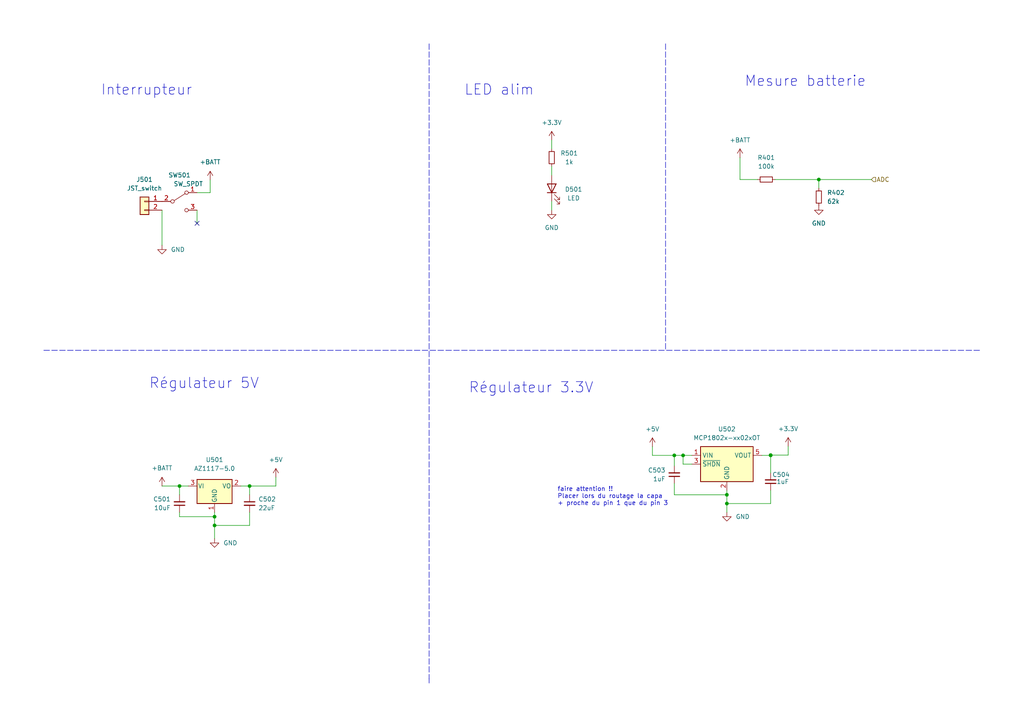
<source format=kicad_sch>
(kicad_sch (version 20211123) (generator eeschema)

  (uuid 818a72cf-d397-4513-a3a0-8481b9efa59a)

  (paper "A4")

  (lib_symbols
    (symbol "Connector_Generic:Conn_01x02" (pin_names (offset 1.016) hide) (in_bom yes) (on_board yes)
      (property "Reference" "J" (id 0) (at 0 2.54 0)
        (effects (font (size 1.27 1.27)))
      )
      (property "Value" "Conn_01x02" (id 1) (at 0 -5.08 0)
        (effects (font (size 1.27 1.27)))
      )
      (property "Footprint" "" (id 2) (at 0 0 0)
        (effects (font (size 1.27 1.27)) hide)
      )
      (property "Datasheet" "~" (id 3) (at 0 0 0)
        (effects (font (size 1.27 1.27)) hide)
      )
      (property "ki_keywords" "connector" (id 4) (at 0 0 0)
        (effects (font (size 1.27 1.27)) hide)
      )
      (property "ki_description" "Generic connector, single row, 01x02, script generated (kicad-library-utils/schlib/autogen/connector/)" (id 5) (at 0 0 0)
        (effects (font (size 1.27 1.27)) hide)
      )
      (property "ki_fp_filters" "Connector*:*_1x??_*" (id 6) (at 0 0 0)
        (effects (font (size 1.27 1.27)) hide)
      )
      (symbol "Conn_01x02_1_1"
        (rectangle (start -1.27 -2.413) (end 0 -2.667)
          (stroke (width 0.1524) (type default) (color 0 0 0 0))
          (fill (type none))
        )
        (rectangle (start -1.27 0.127) (end 0 -0.127)
          (stroke (width 0.1524) (type default) (color 0 0 0 0))
          (fill (type none))
        )
        (rectangle (start -1.27 1.27) (end 1.27 -3.81)
          (stroke (width 0.254) (type default) (color 0 0 0 0))
          (fill (type background))
        )
        (pin passive line (at -5.08 0 0) (length 3.81)
          (name "Pin_1" (effects (font (size 1.27 1.27))))
          (number "1" (effects (font (size 1.27 1.27))))
        )
        (pin passive line (at -5.08 -2.54 0) (length 3.81)
          (name "Pin_2" (effects (font (size 1.27 1.27))))
          (number "2" (effects (font (size 1.27 1.27))))
        )
      )
    )
    (symbol "Device:C_Small" (pin_numbers hide) (pin_names (offset 0.254) hide) (in_bom yes) (on_board yes)
      (property "Reference" "C" (id 0) (at 0.254 1.778 0)
        (effects (font (size 1.27 1.27)) (justify left))
      )
      (property "Value" "C_Small" (id 1) (at 0.254 -2.032 0)
        (effects (font (size 1.27 1.27)) (justify left))
      )
      (property "Footprint" "" (id 2) (at 0 0 0)
        (effects (font (size 1.27 1.27)) hide)
      )
      (property "Datasheet" "~" (id 3) (at 0 0 0)
        (effects (font (size 1.27 1.27)) hide)
      )
      (property "ki_keywords" "capacitor cap" (id 4) (at 0 0 0)
        (effects (font (size 1.27 1.27)) hide)
      )
      (property "ki_description" "Unpolarized capacitor, small symbol" (id 5) (at 0 0 0)
        (effects (font (size 1.27 1.27)) hide)
      )
      (property "ki_fp_filters" "C_*" (id 6) (at 0 0 0)
        (effects (font (size 1.27 1.27)) hide)
      )
      (symbol "C_Small_0_1"
        (polyline
          (pts
            (xy -1.524 -0.508)
            (xy 1.524 -0.508)
          )
          (stroke (width 0.3302) (type default) (color 0 0 0 0))
          (fill (type none))
        )
        (polyline
          (pts
            (xy -1.524 0.508)
            (xy 1.524 0.508)
          )
          (stroke (width 0.3048) (type default) (color 0 0 0 0))
          (fill (type none))
        )
      )
      (symbol "C_Small_1_1"
        (pin passive line (at 0 2.54 270) (length 2.032)
          (name "~" (effects (font (size 1.27 1.27))))
          (number "1" (effects (font (size 1.27 1.27))))
        )
        (pin passive line (at 0 -2.54 90) (length 2.032)
          (name "~" (effects (font (size 1.27 1.27))))
          (number "2" (effects (font (size 1.27 1.27))))
        )
      )
    )
    (symbol "Device:LED" (pin_numbers hide) (pin_names (offset 1.016) hide) (in_bom yes) (on_board yes)
      (property "Reference" "D" (id 0) (at 0 2.54 0)
        (effects (font (size 1.27 1.27)))
      )
      (property "Value" "LED" (id 1) (at 0 -2.54 0)
        (effects (font (size 1.27 1.27)))
      )
      (property "Footprint" "" (id 2) (at 0 0 0)
        (effects (font (size 1.27 1.27)) hide)
      )
      (property "Datasheet" "~" (id 3) (at 0 0 0)
        (effects (font (size 1.27 1.27)) hide)
      )
      (property "ki_keywords" "LED diode" (id 4) (at 0 0 0)
        (effects (font (size 1.27 1.27)) hide)
      )
      (property "ki_description" "Light emitting diode" (id 5) (at 0 0 0)
        (effects (font (size 1.27 1.27)) hide)
      )
      (property "ki_fp_filters" "LED* LED_SMD:* LED_THT:*" (id 6) (at 0 0 0)
        (effects (font (size 1.27 1.27)) hide)
      )
      (symbol "LED_0_1"
        (polyline
          (pts
            (xy -1.27 -1.27)
            (xy -1.27 1.27)
          )
          (stroke (width 0.254) (type default) (color 0 0 0 0))
          (fill (type none))
        )
        (polyline
          (pts
            (xy -1.27 0)
            (xy 1.27 0)
          )
          (stroke (width 0) (type default) (color 0 0 0 0))
          (fill (type none))
        )
        (polyline
          (pts
            (xy 1.27 -1.27)
            (xy 1.27 1.27)
            (xy -1.27 0)
            (xy 1.27 -1.27)
          )
          (stroke (width 0.254) (type default) (color 0 0 0 0))
          (fill (type none))
        )
        (polyline
          (pts
            (xy -3.048 -0.762)
            (xy -4.572 -2.286)
            (xy -3.81 -2.286)
            (xy -4.572 -2.286)
            (xy -4.572 -1.524)
          )
          (stroke (width 0) (type default) (color 0 0 0 0))
          (fill (type none))
        )
        (polyline
          (pts
            (xy -1.778 -0.762)
            (xy -3.302 -2.286)
            (xy -2.54 -2.286)
            (xy -3.302 -2.286)
            (xy -3.302 -1.524)
          )
          (stroke (width 0) (type default) (color 0 0 0 0))
          (fill (type none))
        )
      )
      (symbol "LED_1_1"
        (pin passive line (at -3.81 0 0) (length 2.54)
          (name "K" (effects (font (size 1.27 1.27))))
          (number "1" (effects (font (size 1.27 1.27))))
        )
        (pin passive line (at 3.81 0 180) (length 2.54)
          (name "A" (effects (font (size 1.27 1.27))))
          (number "2" (effects (font (size 1.27 1.27))))
        )
      )
    )
    (symbol "Device:R_Small" (pin_numbers hide) (pin_names (offset 0.254) hide) (in_bom yes) (on_board yes)
      (property "Reference" "R" (id 0) (at 0.762 0.508 0)
        (effects (font (size 1.27 1.27)) (justify left))
      )
      (property "Value" "R_Small" (id 1) (at 0.762 -1.016 0)
        (effects (font (size 1.27 1.27)) (justify left))
      )
      (property "Footprint" "" (id 2) (at 0 0 0)
        (effects (font (size 1.27 1.27)) hide)
      )
      (property "Datasheet" "~" (id 3) (at 0 0 0)
        (effects (font (size 1.27 1.27)) hide)
      )
      (property "ki_keywords" "R resistor" (id 4) (at 0 0 0)
        (effects (font (size 1.27 1.27)) hide)
      )
      (property "ki_description" "Resistor, small symbol" (id 5) (at 0 0 0)
        (effects (font (size 1.27 1.27)) hide)
      )
      (property "ki_fp_filters" "R_*" (id 6) (at 0 0 0)
        (effects (font (size 1.27 1.27)) hide)
      )
      (symbol "R_Small_0_1"
        (rectangle (start -0.762 1.778) (end 0.762 -1.778)
          (stroke (width 0.2032) (type default) (color 0 0 0 0))
          (fill (type none))
        )
      )
      (symbol "R_Small_1_1"
        (pin passive line (at 0 2.54 270) (length 0.762)
          (name "~" (effects (font (size 1.27 1.27))))
          (number "1" (effects (font (size 1.27 1.27))))
        )
        (pin passive line (at 0 -2.54 90) (length 0.762)
          (name "~" (effects (font (size 1.27 1.27))))
          (number "2" (effects (font (size 1.27 1.27))))
        )
      )
    )
    (symbol "Regulator_Linear:AZ1117-5.0" (pin_names (offset 0.254)) (in_bom yes) (on_board yes)
      (property "Reference" "U" (id 0) (at -3.81 3.175 0)
        (effects (font (size 1.27 1.27)))
      )
      (property "Value" "AZ1117-5.0" (id 1) (at 0 3.175 0)
        (effects (font (size 1.27 1.27)) (justify left))
      )
      (property "Footprint" "" (id 2) (at 0 6.35 0)
        (effects (font (size 1.27 1.27) italic) hide)
      )
      (property "Datasheet" "https://www.diodes.com/assets/Datasheets/AZ1117.pdf" (id 3) (at 0 0 0)
        (effects (font (size 1.27 1.27)) hide)
      )
      (property "ki_keywords" "Fixed Voltage Regulator 1A Positive LDO" (id 4) (at 0 0 0)
        (effects (font (size 1.27 1.27)) hide)
      )
      (property "ki_description" "1A 20V Fixed LDO Linear Regulator, 5.0V, SOT-89/SOT-223/TO-220/TO-252/TO-263" (id 5) (at 0 0 0)
        (effects (font (size 1.27 1.27)) hide)
      )
      (property "ki_fp_filters" "SOT?223* SOT?89* TO?220* TO?252* TO?263*" (id 6) (at 0 0 0)
        (effects (font (size 1.27 1.27)) hide)
      )
      (symbol "AZ1117-5.0_0_1"
        (rectangle (start -5.08 1.905) (end 5.08 -5.08)
          (stroke (width 0.254) (type default) (color 0 0 0 0))
          (fill (type background))
        )
      )
      (symbol "AZ1117-5.0_1_1"
        (pin power_in line (at 0 -7.62 90) (length 2.54)
          (name "GND" (effects (font (size 1.27 1.27))))
          (number "1" (effects (font (size 1.27 1.27))))
        )
        (pin power_out line (at 7.62 0 180) (length 2.54)
          (name "VO" (effects (font (size 1.27 1.27))))
          (number "2" (effects (font (size 1.27 1.27))))
        )
        (pin power_in line (at -7.62 0 0) (length 2.54)
          (name "VI" (effects (font (size 1.27 1.27))))
          (number "3" (effects (font (size 1.27 1.27))))
        )
      )
    )
    (symbol "Regulator_Linear:MCP1802x-xx02xOT" (in_bom yes) (on_board yes)
      (property "Reference" "U" (id 0) (at -6.35 6.35 0)
        (effects (font (size 1.27 1.27)) (justify left))
      )
      (property "Value" "MCP1802x-xx02xOT" (id 1) (at 0 6.35 0)
        (effects (font (size 1.27 1.27)) (justify left))
      )
      (property "Footprint" "Package_TO_SOT_SMD:SOT-23-5" (id 2) (at -6.35 8.89 0)
        (effects (font (size 1.27 1.27) italic) (justify left) hide)
      )
      (property "Datasheet" "http://ww1.microchip.com/downloads/en/DeviceDoc/22053C.pdf" (id 3) (at 0 -2.54 0)
        (effects (font (size 1.27 1.27)) hide)
      )
      (property "ki_keywords" "LDO Linear Voltage Regulator" (id 4) (at 0 0 0)
        (effects (font (size 1.27 1.27)) hide)
      )
      (property "ki_description" "150mA, Tiny CMOS LDO With Shutdown, Fixed Voltage, SOT-23-5" (id 5) (at 0 0 0)
        (effects (font (size 1.27 1.27)) hide)
      )
      (property "ki_fp_filters" "SOT?23*" (id 6) (at 0 0 0)
        (effects (font (size 1.27 1.27)) hide)
      )
      (symbol "MCP1802x-xx02xOT_0_1"
        (rectangle (start -7.62 5.08) (end 7.62 -5.08)
          (stroke (width 0.254) (type default) (color 0 0 0 0))
          (fill (type background))
        )
      )
      (symbol "MCP1802x-xx02xOT_1_1"
        (pin power_in line (at -10.16 2.54 0) (length 2.54)
          (name "VIN" (effects (font (size 1.27 1.27))))
          (number "1" (effects (font (size 1.27 1.27))))
        )
        (pin power_in line (at 0 -7.62 90) (length 2.54)
          (name "GND" (effects (font (size 1.27 1.27))))
          (number "2" (effects (font (size 1.27 1.27))))
        )
        (pin input line (at -10.16 0 0) (length 2.54)
          (name "~{SHDN}" (effects (font (size 1.27 1.27))))
          (number "3" (effects (font (size 1.27 1.27))))
        )
        (pin no_connect line (at 7.62 0 180) (length 2.54) hide
          (name "NC" (effects (font (size 1.27 1.27))))
          (number "4" (effects (font (size 1.27 1.27))))
        )
        (pin power_out line (at 10.16 2.54 180) (length 2.54)
          (name "VOUT" (effects (font (size 1.27 1.27))))
          (number "5" (effects (font (size 1.27 1.27))))
        )
      )
    )
    (symbol "Switch:SW_SPDT" (pin_names (offset 0) hide) (in_bom yes) (on_board yes)
      (property "Reference" "SW" (id 0) (at 0 4.318 0)
        (effects (font (size 1.27 1.27)))
      )
      (property "Value" "SW_SPDT" (id 1) (at 0 -5.08 0)
        (effects (font (size 1.27 1.27)))
      )
      (property "Footprint" "" (id 2) (at 0 0 0)
        (effects (font (size 1.27 1.27)) hide)
      )
      (property "Datasheet" "~" (id 3) (at 0 0 0)
        (effects (font (size 1.27 1.27)) hide)
      )
      (property "ki_keywords" "switch single-pole double-throw spdt ON-ON" (id 4) (at 0 0 0)
        (effects (font (size 1.27 1.27)) hide)
      )
      (property "ki_description" "Switch, single pole double throw" (id 5) (at 0 0 0)
        (effects (font (size 1.27 1.27)) hide)
      )
      (symbol "SW_SPDT_0_0"
        (circle (center -2.032 0) (radius 0.508)
          (stroke (width 0) (type default) (color 0 0 0 0))
          (fill (type none))
        )
        (circle (center 2.032 -2.54) (radius 0.508)
          (stroke (width 0) (type default) (color 0 0 0 0))
          (fill (type none))
        )
      )
      (symbol "SW_SPDT_0_1"
        (polyline
          (pts
            (xy -1.524 0.254)
            (xy 1.651 2.286)
          )
          (stroke (width 0) (type default) (color 0 0 0 0))
          (fill (type none))
        )
        (circle (center 2.032 2.54) (radius 0.508)
          (stroke (width 0) (type default) (color 0 0 0 0))
          (fill (type none))
        )
      )
      (symbol "SW_SPDT_1_1"
        (pin passive line (at 5.08 2.54 180) (length 2.54)
          (name "A" (effects (font (size 1.27 1.27))))
          (number "1" (effects (font (size 1.27 1.27))))
        )
        (pin passive line (at -5.08 0 0) (length 2.54)
          (name "B" (effects (font (size 1.27 1.27))))
          (number "2" (effects (font (size 1.27 1.27))))
        )
        (pin passive line (at 5.08 -2.54 180) (length 2.54)
          (name "C" (effects (font (size 1.27 1.27))))
          (number "3" (effects (font (size 1.27 1.27))))
        )
      )
    )
    (symbol "power:+3.3V" (power) (pin_names (offset 0)) (in_bom yes) (on_board yes)
      (property "Reference" "#PWR" (id 0) (at 0 -3.81 0)
        (effects (font (size 1.27 1.27)) hide)
      )
      (property "Value" "+3.3V" (id 1) (at 0 3.556 0)
        (effects (font (size 1.27 1.27)))
      )
      (property "Footprint" "" (id 2) (at 0 0 0)
        (effects (font (size 1.27 1.27)) hide)
      )
      (property "Datasheet" "" (id 3) (at 0 0 0)
        (effects (font (size 1.27 1.27)) hide)
      )
      (property "ki_keywords" "power-flag" (id 4) (at 0 0 0)
        (effects (font (size 1.27 1.27)) hide)
      )
      (property "ki_description" "Power symbol creates a global label with name \"+3.3V\"" (id 5) (at 0 0 0)
        (effects (font (size 1.27 1.27)) hide)
      )
      (symbol "+3.3V_0_1"
        (polyline
          (pts
            (xy -0.762 1.27)
            (xy 0 2.54)
          )
          (stroke (width 0) (type default) (color 0 0 0 0))
          (fill (type none))
        )
        (polyline
          (pts
            (xy 0 0)
            (xy 0 2.54)
          )
          (stroke (width 0) (type default) (color 0 0 0 0))
          (fill (type none))
        )
        (polyline
          (pts
            (xy 0 2.54)
            (xy 0.762 1.27)
          )
          (stroke (width 0) (type default) (color 0 0 0 0))
          (fill (type none))
        )
      )
      (symbol "+3.3V_1_1"
        (pin power_in line (at 0 0 90) (length 0) hide
          (name "+3.3V" (effects (font (size 1.27 1.27))))
          (number "1" (effects (font (size 1.27 1.27))))
        )
      )
    )
    (symbol "power:+5V" (power) (pin_names (offset 0)) (in_bom yes) (on_board yes)
      (property "Reference" "#PWR" (id 0) (at 0 -3.81 0)
        (effects (font (size 1.27 1.27)) hide)
      )
      (property "Value" "+5V" (id 1) (at 0 3.556 0)
        (effects (font (size 1.27 1.27)))
      )
      (property "Footprint" "" (id 2) (at 0 0 0)
        (effects (font (size 1.27 1.27)) hide)
      )
      (property "Datasheet" "" (id 3) (at 0 0 0)
        (effects (font (size 1.27 1.27)) hide)
      )
      (property "ki_keywords" "power-flag" (id 4) (at 0 0 0)
        (effects (font (size 1.27 1.27)) hide)
      )
      (property "ki_description" "Power symbol creates a global label with name \"+5V\"" (id 5) (at 0 0 0)
        (effects (font (size 1.27 1.27)) hide)
      )
      (symbol "+5V_0_1"
        (polyline
          (pts
            (xy -0.762 1.27)
            (xy 0 2.54)
          )
          (stroke (width 0) (type default) (color 0 0 0 0))
          (fill (type none))
        )
        (polyline
          (pts
            (xy 0 0)
            (xy 0 2.54)
          )
          (stroke (width 0) (type default) (color 0 0 0 0))
          (fill (type none))
        )
        (polyline
          (pts
            (xy 0 2.54)
            (xy 0.762 1.27)
          )
          (stroke (width 0) (type default) (color 0 0 0 0))
          (fill (type none))
        )
      )
      (symbol "+5V_1_1"
        (pin power_in line (at 0 0 90) (length 0) hide
          (name "+5V" (effects (font (size 1.27 1.27))))
          (number "1" (effects (font (size 1.27 1.27))))
        )
      )
    )
    (symbol "power:+BATT" (power) (pin_names (offset 0)) (in_bom yes) (on_board yes)
      (property "Reference" "#PWR" (id 0) (at 0 -3.81 0)
        (effects (font (size 1.27 1.27)) hide)
      )
      (property "Value" "+BATT" (id 1) (at 0 3.556 0)
        (effects (font (size 1.27 1.27)))
      )
      (property "Footprint" "" (id 2) (at 0 0 0)
        (effects (font (size 1.27 1.27)) hide)
      )
      (property "Datasheet" "" (id 3) (at 0 0 0)
        (effects (font (size 1.27 1.27)) hide)
      )
      (property "ki_keywords" "power-flag battery" (id 4) (at 0 0 0)
        (effects (font (size 1.27 1.27)) hide)
      )
      (property "ki_description" "Power symbol creates a global label with name \"+BATT\"" (id 5) (at 0 0 0)
        (effects (font (size 1.27 1.27)) hide)
      )
      (symbol "+BATT_0_1"
        (polyline
          (pts
            (xy -0.762 1.27)
            (xy 0 2.54)
          )
          (stroke (width 0) (type default) (color 0 0 0 0))
          (fill (type none))
        )
        (polyline
          (pts
            (xy 0 0)
            (xy 0 2.54)
          )
          (stroke (width 0) (type default) (color 0 0 0 0))
          (fill (type none))
        )
        (polyline
          (pts
            (xy 0 2.54)
            (xy 0.762 1.27)
          )
          (stroke (width 0) (type default) (color 0 0 0 0))
          (fill (type none))
        )
      )
      (symbol "+BATT_1_1"
        (pin power_in line (at 0 0 90) (length 0) hide
          (name "+BATT" (effects (font (size 1.27 1.27))))
          (number "1" (effects (font (size 1.27 1.27))))
        )
      )
    )
    (symbol "power:GND" (power) (pin_names (offset 0)) (in_bom yes) (on_board yes)
      (property "Reference" "#PWR" (id 0) (at 0 -6.35 0)
        (effects (font (size 1.27 1.27)) hide)
      )
      (property "Value" "GND" (id 1) (at 0 -3.81 0)
        (effects (font (size 1.27 1.27)))
      )
      (property "Footprint" "" (id 2) (at 0 0 0)
        (effects (font (size 1.27 1.27)) hide)
      )
      (property "Datasheet" "" (id 3) (at 0 0 0)
        (effects (font (size 1.27 1.27)) hide)
      )
      (property "ki_keywords" "power-flag" (id 4) (at 0 0 0)
        (effects (font (size 1.27 1.27)) hide)
      )
      (property "ki_description" "Power symbol creates a global label with name \"GND\" , ground" (id 5) (at 0 0 0)
        (effects (font (size 1.27 1.27)) hide)
      )
      (symbol "GND_0_1"
        (polyline
          (pts
            (xy 0 0)
            (xy 0 -1.27)
            (xy 1.27 -1.27)
            (xy 0 -2.54)
            (xy -1.27 -1.27)
            (xy 0 -1.27)
          )
          (stroke (width 0) (type default) (color 0 0 0 0))
          (fill (type none))
        )
      )
      (symbol "GND_1_1"
        (pin power_in line (at 0 0 270) (length 0) hide
          (name "GND" (effects (font (size 1.27 1.27))))
          (number "1" (effects (font (size 1.27 1.27))))
        )
      )
    )
  )

  (junction (at 62.23 152.4) (diameter 0) (color 0 0 0 0)
    (uuid 3baea005-32b8-4708-a6fd-8b7d77dc15d8)
  )
  (junction (at 210.82 143.51) (diameter 0) (color 0 0 0 0)
    (uuid 50015533-0ccc-4f2c-beb0-5213dbba1925)
  )
  (junction (at 195.58 132.08) (diameter 0) (color 0 0 0 0)
    (uuid 85879806-939d-433c-b710-a49fd5ec9796)
  )
  (junction (at 223.52 132.08) (diameter 0) (color 0 0 0 0)
    (uuid 8d38b9b4-ec83-485b-9888-86e55d074141)
  )
  (junction (at 52.07 140.97) (diameter 0) (color 0 0 0 0)
    (uuid 8e37033f-713f-4ac4-8c0a-3f6e5e036d32)
  )
  (junction (at 62.23 149.86) (diameter 0) (color 0 0 0 0)
    (uuid b06077fc-4dee-4129-a085-ab64e6f3ab24)
  )
  (junction (at 72.39 140.97) (diameter 0) (color 0 0 0 0)
    (uuid b2bd39f8-8f8f-4ab6-97d1-560ac27a0dea)
  )
  (junction (at 223.5209 131.9982) (diameter 0) (color 0 0 0 0)
    (uuid c1a76de1-3241-4145-92e0-5303d529c1f7)
  )
  (junction (at 198.12 132.08) (diameter 0) (color 0 0 0 0)
    (uuid c71ef17c-bd36-45a5-8779-6d1932121ab1)
  )
  (junction (at 210.82 146.05) (diameter 0) (color 0 0 0 0)
    (uuid e2df1979-53d7-4ed8-858b-4b9816d97da7)
  )
  (junction (at 237.49 52.07) (diameter 0) (color 0 0 0 0)
    (uuid eae5ce3e-49e8-4ac6-b7f2-4cc259a8da3f)
  )

  (no_connect (at 57.15 64.77) (uuid e0722816-fd17-4be5-ae92-bf42e632de72))

  (polyline (pts (xy 124.46 196.85) (xy 124.46 198.12))
    (stroke (width 0) (type default) (color 0 0 0 0))
    (uuid 07252f3a-dc5f-4d98-b4a2-54ba65018662)
  )

  (wire (pts (xy 52.07 140.97) (xy 54.61 140.97))
    (stroke (width 0) (type default) (color 0 0 0 0))
    (uuid 0ca77de2-9dc0-4c9f-a03f-343cc42a0240)
  )
  (wire (pts (xy 60.96 52.197) (xy 60.96 55.88))
    (stroke (width 0) (type default) (color 0 0 0 0))
    (uuid 1c2e7a85-2bc8-4035-9b45-7df9cb127bf1)
  )
  (wire (pts (xy 52.07 148.59) (xy 52.07 149.86))
    (stroke (width 0) (type default) (color 0 0 0 0))
    (uuid 20fda929-817c-485a-8b92-3607daa661a1)
  )
  (wire (pts (xy 62.23 149.86) (xy 62.23 148.59))
    (stroke (width 0) (type default) (color 0 0 0 0))
    (uuid 37df883f-6bb1-4e03-89d0-7b922f16e4b4)
  )
  (polyline (pts (xy 124.46 12.7) (xy 124.46 196.85))
    (stroke (width 0) (type default) (color 0 0 0 0))
    (uuid 4acf0eb4-59b4-4834-854e-9798666526f6)
  )

  (wire (pts (xy 228.6009 129.4582) (xy 228.6009 131.9982))
    (stroke (width 0) (type default) (color 0 0 0 0))
    (uuid 4cceaa47-5bd1-4051-850b-14762502ae7c)
  )
  (wire (pts (xy 72.39 148.59) (xy 72.39 152.4))
    (stroke (width 0) (type default) (color 0 0 0 0))
    (uuid 4de5038f-9a7b-40b4-83fc-08595493ffb2)
  )
  (wire (pts (xy 69.85 140.97) (xy 72.39 140.97))
    (stroke (width 0) (type default) (color 0 0 0 0))
    (uuid 4df6ac6a-6cfa-43b5-8dda-b28b6e48fe41)
  )
  (wire (pts (xy 195.58 132.08) (xy 195.58 135.128))
    (stroke (width 0) (type default) (color 0 0 0 0))
    (uuid 50cc3527-8d90-403b-9dbd-5b7b99761427)
  )
  (wire (pts (xy 198.12 134.62) (xy 198.12 132.08))
    (stroke (width 0) (type default) (color 0 0 0 0))
    (uuid 524b5c96-1360-4ea2-921d-6c08f9358bcc)
  )
  (wire (pts (xy 57.15 60.96) (xy 57.15 64.77))
    (stroke (width 0) (type default) (color 0 0 0 0))
    (uuid 566e7893-04ab-4aa2-82fc-9bc0e7b323ef)
  )
  (wire (pts (xy 220.98 132.08) (xy 223.52 132.08))
    (stroke (width 0) (type default) (color 0 0 0 0))
    (uuid 584e01ef-3951-4fa9-83f6-25ddb6473299)
  )
  (wire (pts (xy 72.39 140.97) (xy 72.39 143.51))
    (stroke (width 0) (type default) (color 0 0 0 0))
    (uuid 5b1faba7-4872-44cd-b41c-caef33ada8f3)
  )
  (wire (pts (xy 237.49 52.07) (xy 252.73 52.07))
    (stroke (width 0) (type default) (color 0 0 0 0))
    (uuid 5f159f48-5518-4574-849d-609630f9765c)
  )
  (wire (pts (xy 210.82 146.05) (xy 210.82 143.51))
    (stroke (width 0) (type default) (color 0 0 0 0))
    (uuid 6bad03bd-b1a0-477b-94c1-9e4623031d86)
  )
  (wire (pts (xy 223.52 132.08) (xy 223.52 137.16))
    (stroke (width 0) (type default) (color 0 0 0 0))
    (uuid 6caace13-8b9e-4f07-bde8-11916ffce567)
  )
  (wire (pts (xy 219.71 52.07) (xy 214.63 52.07))
    (stroke (width 0) (type default) (color 0 0 0 0))
    (uuid 74c0576c-16fe-4171-b513-9940e1a134f8)
  )
  (wire (pts (xy 46.99 140.97) (xy 52.07 140.97))
    (stroke (width 0) (type default) (color 0 0 0 0))
    (uuid 7f0f6b0f-b917-4994-af98-b3207705bafd)
  )
  (wire (pts (xy 160.02 58.42) (xy 160.02 60.96))
    (stroke (width 0) (type default) (color 0 0 0 0))
    (uuid 7f8f7703-5df1-45fb-bfa5-38c6fe143eeb)
  )
  (wire (pts (xy 72.39 140.97) (xy 80.01 140.97))
    (stroke (width 0) (type default) (color 0 0 0 0))
    (uuid 8140254c-37ce-4bab-93bf-0be070c7ce79)
  )
  (wire (pts (xy 52.07 149.86) (xy 62.23 149.86))
    (stroke (width 0) (type default) (color 0 0 0 0))
    (uuid 87f06e7c-99b3-4b89-8faf-20565268a2f5)
  )
  (wire (pts (xy 223.52 142.24) (xy 223.52 146.05))
    (stroke (width 0) (type default) (color 0 0 0 0))
    (uuid 8a3a16f9-25c5-4c95-ad87-c00d99717932)
  )
  (polyline (pts (xy 193.04 12.7) (xy 193.04 101.6))
    (stroke (width 0) (type default) (color 0 0 0 0))
    (uuid 8f9fd990-949c-4586-a839-4cb8fbfceee6)
  )

  (wire (pts (xy 62.23 156.21) (xy 62.23 152.4))
    (stroke (width 0) (type default) (color 0 0 0 0))
    (uuid 92e1a4e6-1a7b-475e-b06a-b7e1691266ed)
  )
  (wire (pts (xy 224.79 52.07) (xy 237.49 52.07))
    (stroke (width 0) (type default) (color 0 0 0 0))
    (uuid 94458b71-0e58-4a88-b1f2-77d8be4c967a)
  )
  (wire (pts (xy 72.39 152.4) (xy 62.23 152.4))
    (stroke (width 0) (type default) (color 0 0 0 0))
    (uuid 9503e7a0-d2af-40b0-a3a8-3b538284344f)
  )
  (polyline (pts (xy 12.7 101.6) (xy 284.48 101.6))
    (stroke (width 0) (type default) (color 0 0 0 0))
    (uuid 96ed2b15-b2f7-4052-9e37-2bb90c499650)
  )

  (wire (pts (xy 160.02 48.26) (xy 160.02 50.8))
    (stroke (width 0) (type default) (color 0 0 0 0))
    (uuid 9b74ec1b-f743-41d3-bb73-bded20f0a7ea)
  )
  (wire (pts (xy 223.52 146.05) (xy 210.82 146.05))
    (stroke (width 0) (type default) (color 0 0 0 0))
    (uuid 9d60d56c-0a6c-4bf5-9a64-5f48bf90f4d3)
  )
  (wire (pts (xy 223.5209 131.9982) (xy 228.6009 131.9982))
    (stroke (width 0) (type default) (color 0 0 0 0))
    (uuid b055e1c6-f719-4411-a223-61a3cc09b942)
  )
  (wire (pts (xy 237.49 54.61) (xy 237.49 52.07))
    (stroke (width 0) (type default) (color 0 0 0 0))
    (uuid b210b591-ef1a-4797-a77e-8d198c63fbd6)
  )
  (wire (pts (xy 62.23 152.4) (xy 62.23 149.86))
    (stroke (width 0) (type default) (color 0 0 0 0))
    (uuid b226fb51-1b43-4a80-9d45-68bfaeef3816)
  )
  (wire (pts (xy 200.66 134.62) (xy 198.12 134.62))
    (stroke (width 0) (type default) (color 0 0 0 0))
    (uuid b254d996-feca-44c5-a604-cd011af0113a)
  )
  (wire (pts (xy 210.82 148.59) (xy 210.82 146.05))
    (stroke (width 0) (type default) (color 0 0 0 0))
    (uuid b31ec8e7-0fd5-43c6-8340-66ef218b8d38)
  )
  (wire (pts (xy 195.58 143.51) (xy 210.82 143.51))
    (stroke (width 0) (type default) (color 0 0 0 0))
    (uuid b41f1de4-ed2e-4142-984d-4f276691ef77)
  )
  (wire (pts (xy 214.63 52.07) (xy 214.63 45.72))
    (stroke (width 0) (type default) (color 0 0 0 0))
    (uuid b837117a-4148-4a3e-98cb-a014121742b7)
  )
  (wire (pts (xy 195.58 132.08) (xy 198.12 132.08))
    (stroke (width 0) (type default) (color 0 0 0 0))
    (uuid bc068eb9-6a7b-4606-8198-cc73683cdd50)
  )
  (wire (pts (xy 52.07 143.51) (xy 52.07 140.97))
    (stroke (width 0) (type default) (color 0 0 0 0))
    (uuid c156e50e-6143-4552-a554-c81a61c690a5)
  )
  (wire (pts (xy 189.23 132.08) (xy 195.58 132.08))
    (stroke (width 0) (type default) (color 0 0 0 0))
    (uuid c7a3c71b-1f0c-428b-9085-6fa81112d6db)
  )
  (wire (pts (xy 80.01 138.43) (xy 80.01 140.97))
    (stroke (width 0) (type default) (color 0 0 0 0))
    (uuid c85f061d-a4fe-48c0-99ff-de8de905e3e4)
  )
  (wire (pts (xy 210.82 143.51) (xy 210.82 142.24))
    (stroke (width 0) (type default) (color 0 0 0 0))
    (uuid c9c29276-d0bd-4d24-9b20-6ec504ffe335)
  )
  (wire (pts (xy 198.12 132.08) (xy 200.66 132.08))
    (stroke (width 0) (type default) (color 0 0 0 0))
    (uuid cb133852-df1e-4222-a5df-b0a88b369292)
  )
  (wire (pts (xy 189.23 129.54) (xy 189.23 132.08))
    (stroke (width 0) (type default) (color 0 0 0 0))
    (uuid cc49c088-52c6-4e22-b68d-6d027b4b7348)
  )
  (wire (pts (xy 57.15 55.88) (xy 60.96 55.88))
    (stroke (width 0) (type default) (color 0 0 0 0))
    (uuid d08d2ced-aeb2-42a0-8140-8a56e8615d9d)
  )
  (wire (pts (xy 195.58 140.208) (xy 195.58 143.51))
    (stroke (width 0) (type default) (color 0 0 0 0))
    (uuid ee2aefab-4728-47e7-ac3b-2d321766d7f4)
  )
  (wire (pts (xy 46.99 60.96) (xy 46.99 71.12))
    (stroke (width 0) (type default) (color 0 0 0 0))
    (uuid f39fd107-8a01-4305-9f0f-0e2538fae0db)
  )
  (wire (pts (xy 160.02 40.64) (xy 160.02 43.18))
    (stroke (width 0) (type default) (color 0 0 0 0))
    (uuid fe3b4247-d0ad-4347-88bf-1a0fabc895dc)
  )

  (text "Interrupteur\n" (at 29.21 27.94 0)
    (effects (font (size 3 3)) (justify left bottom))
    (uuid 08971164-ef87-48a6-8032-748ad570aac9)
  )
  (text "Régulateur 5V\n" (at 43.18 113.03 0)
    (effects (font (size 3 3)) (justify left bottom))
    (uuid 0dc9cf96-79cf-4d7a-b116-ff2b0362fd31)
  )
  (text "LED alim\n" (at 134.62 27.94 0)
    (effects (font (size 3 3)) (justify left bottom))
    (uuid 431deb7b-25f0-46ae-8493-9d1db28a6252)
  )
  (text "faire attention !!\nPlacer lors du routage la capa\n+ proche du pin 1 que du pin 3"
    (at 161.671 146.812 0)
    (effects (font (size 1.27 1.27)) (justify left bottom))
    (uuid 6fc661c0-8bc7-4d47-abed-e8bc7ab5f7a7)
  )
  (text "Mesure batterie" (at 215.9 25.4 0)
    (effects (font (size 3 3)) (justify left bottom))
    (uuid 7b8102e5-39b3-4d0d-89ad-08afa3d5acc2)
  )
  (text "Régulateur 3.3V\n" (at 135.89 114.3 0)
    (effects (font (size 3 3)) (justify left bottom))
    (uuid e48115b3-6b7d-4256-a2e0-fcb89a1817d8)
  )

  (hierarchical_label "ADC" (shape input) (at 252.73 52.07 0)
    (effects (font (size 1.27 1.27)) (justify left))
    (uuid 7aef6743-340f-46e1-8518-110cc3374355)
  )

  (symbol (lib_id "power:GND") (at 237.49 59.69 0) (unit 1)
    (in_bom yes) (on_board yes) (fields_autoplaced)
    (uuid 05e99795-8838-43bf-a2b2-557351cfd792)
    (property "Reference" "#PWR0412" (id 0) (at 237.49 66.04 0)
      (effects (font (size 1.27 1.27)) hide)
    )
    (property "Value" "GND" (id 1) (at 237.49 64.77 0))
    (property "Footprint" "" (id 2) (at 237.49 59.69 0)
      (effects (font (size 1.27 1.27)) hide)
    )
    (property "Datasheet" "" (id 3) (at 237.49 59.69 0)
      (effects (font (size 1.27 1.27)) hide)
    )
    (pin "1" (uuid 806cd122-fabd-4f21-9f48-f96d6dd66292))
  )

  (symbol (lib_id "Device:C_Small") (at 223.52 139.7 0) (mirror x) (unit 1)
    (in_bom yes) (on_board yes)
    (uuid 17adca7f-12b8-4228-93c6-8e2bc66f85b6)
    (property "Reference" "C504" (id 0) (at 229.108 137.668 0)
      (effects (font (size 1.27 1.27)) (justify right))
    )
    (property "Value" "1uF" (id 1) (at 228.854 139.7 0)
      (effects (font (size 1.27 1.27)) (justify right))
    )
    (property "Footprint" "Capacitor_SMD:C_0603_1608Metric_Pad1.08x0.95mm_HandSolder" (id 2) (at 223.52 139.7 0)
      (effects (font (size 1.27 1.27)) hide)
    )
    (property "Datasheet" "~" (id 3) (at 223.52 139.7 0)
      (effects (font (size 1.27 1.27)) hide)
    )
    (pin "1" (uuid bd07a84b-1efb-4c52-a7b5-bd4c8056ff5f))
    (pin "2" (uuid 412d2487-2065-4c5c-988f-419ca0cc038b))
  )

  (symbol (lib_id "Regulator_Linear:AZ1117-5.0") (at 62.23 140.97 0) (unit 1)
    (in_bom yes) (on_board yes) (fields_autoplaced)
    (uuid 1abb3bcb-2e2a-47e0-8e41-bb17f35121e4)
    (property "Reference" "U501" (id 0) (at 62.23 133.35 0))
    (property "Value" "AZ1117-5.0" (id 1) (at 62.23 135.89 0))
    (property "Footprint" "Package_TO_SOT_SMD:SOT-223-3_TabPin2" (id 2) (at 62.23 134.62 0)
      (effects (font (size 1.27 1.27) italic) hide)
    )
    (property "Datasheet" "https://www.diodes.com/assets/Datasheets/AZ1117.pdf" (id 3) (at 62.23 140.97 0)
      (effects (font (size 1.27 1.27)) hide)
    )
    (pin "1" (uuid fdc582ca-a65b-420a-aba1-cd8ac87ccfda))
    (pin "2" (uuid 2f5b1a98-0e21-4c6c-a133-45de6f4af332))
    (pin "3" (uuid 266a1519-50fc-427d-b51d-5f3801cc1877))
  )

  (symbol (lib_id "power:+BATT") (at 214.63 45.72 0) (unit 1)
    (in_bom yes) (on_board yes) (fields_autoplaced)
    (uuid 1b5ae000-b060-46fc-aa1b-92145a457d89)
    (property "Reference" "#PWR0411" (id 0) (at 214.63 49.53 0)
      (effects (font (size 1.27 1.27)) hide)
    )
    (property "Value" "+BATT" (id 1) (at 214.63 40.64 0))
    (property "Footprint" "" (id 2) (at 214.63 45.72 0)
      (effects (font (size 1.27 1.27)) hide)
    )
    (property "Datasheet" "" (id 3) (at 214.63 45.72 0)
      (effects (font (size 1.27 1.27)) hide)
    )
    (pin "1" (uuid 2692c702-31fa-4dbc-acb0-8caacbfbc57b))
  )

  (symbol (lib_id "Connector_Generic:Conn_01x02") (at 41.91 58.42 0) (mirror y) (unit 1)
    (in_bom yes) (on_board yes) (fields_autoplaced)
    (uuid 37cf0c73-047c-4a9e-a290-3a2535c79c1a)
    (property "Reference" "J501" (id 0) (at 41.91 52.07 0))
    (property "Value" "JST_switch" (id 1) (at 41.91 54.61 0))
    (property "Footprint" "Connector_JST:JST_XH_B2B-XH-A_1x02_P2.50mm_Vertical" (id 2) (at 41.91 58.42 0)
      (effects (font (size 1.27 1.27)) hide)
    )
    (property "Datasheet" "~" (id 3) (at 41.91 58.42 0)
      (effects (font (size 1.27 1.27)) hide)
    )
    (pin "1" (uuid 6a28bb73-c58a-475c-a135-07105fb79752))
    (pin "2" (uuid f9f01f69-b1fb-4f96-914a-714a400839de))
  )

  (symbol (lib_id "Device:C_Small") (at 52.07 146.05 0) (mirror x) (unit 1)
    (in_bom yes) (on_board yes) (fields_autoplaced)
    (uuid 481870f9-13da-40ab-b60e-8781b272fd3c)
    (property "Reference" "C501" (id 0) (at 49.53 144.7735 0)
      (effects (font (size 1.27 1.27)) (justify right))
    )
    (property "Value" "10uF" (id 1) (at 49.53 147.3135 0)
      (effects (font (size 1.27 1.27)) (justify right))
    )
    (property "Footprint" "Capacitor_SMD:C_0603_1608Metric_Pad1.08x0.95mm_HandSolder" (id 2) (at 52.07 146.05 0)
      (effects (font (size 1.27 1.27)) hide)
    )
    (property "Datasheet" "~" (id 3) (at 52.07 146.05 0)
      (effects (font (size 1.27 1.27)) hide)
    )
    (pin "1" (uuid 0014114b-fb4f-461f-8dbb-cf95092e6845))
    (pin "2" (uuid d0a79a01-5d44-4e1d-93e5-191ec7131709))
  )

  (symbol (lib_id "Device:LED") (at 160.02 54.61 90) (unit 1)
    (in_bom yes) (on_board yes)
    (uuid 5576bf72-bee5-42a5-b48c-3544fa83f677)
    (property "Reference" "D501" (id 0) (at 166.37 54.9275 90))
    (property "Value" "LED" (id 1) (at 166.37 57.4675 90))
    (property "Footprint" "LED_SMD:LED_0603_1608Metric_Pad1.05x0.95mm_HandSolder" (id 2) (at 160.02 54.61 0)
      (effects (font (size 1.27 1.27)) hide)
    )
    (property "Datasheet" "~" (id 3) (at 160.02 54.61 0)
      (effects (font (size 1.27 1.27)) hide)
    )
    (pin "1" (uuid 7418394f-b51e-4caf-9a54-91fbfb1b86ff))
    (pin "2" (uuid 50e22cab-d758-4b09-883c-6206f5c493e2))
  )

  (symbol (lib_id "power:+BATT") (at 46.99 140.97 0) (unit 1)
    (in_bom yes) (on_board yes) (fields_autoplaced)
    (uuid 55fed71a-91c0-41c7-99b8-931e68a2ac03)
    (property "Reference" "#PWR0402" (id 0) (at 46.99 144.78 0)
      (effects (font (size 1.27 1.27)) hide)
    )
    (property "Value" "+BATT" (id 1) (at 46.99 135.763 0))
    (property "Footprint" "" (id 2) (at 46.99 140.97 0)
      (effects (font (size 1.27 1.27)) hide)
    )
    (property "Datasheet" "" (id 3) (at 46.99 140.97 0)
      (effects (font (size 1.27 1.27)) hide)
    )
    (pin "1" (uuid 53bb9215-2c44-4f5c-8834-e86d3f5a7567))
  )

  (symbol (lib_id "Switch:SW_SPDT") (at 52.07 58.42 0) (unit 1)
    (in_bom yes) (on_board yes)
    (uuid 56e31796-213f-4c2e-aeac-6b27a0669b5e)
    (property "Reference" "SW501" (id 0) (at 52.07 50.8 0))
    (property "Value" "SW_SPDT" (id 1) (at 54.61 53.34 0))
    (property "Footprint" "switch_robot:switch_pcb_robot" (id 2) (at 52.07 58.42 0)
      (effects (font (size 1.27 1.27)) hide)
    )
    (property "Datasheet" "~" (id 3) (at 52.07 58.42 0)
      (effects (font (size 1.27 1.27)) hide)
    )
    (pin "1" (uuid 58c08bcb-fcd5-4fce-9cd0-46966f7dac69))
    (pin "2" (uuid d503532a-c509-4b00-887d-d1556b9a1a11))
    (pin "3" (uuid 57be5a13-bc76-4a39-a20d-29d6798dcbdc))
  )

  (symbol (lib_id "power:GND") (at 210.82 148.59 0) (mirror y) (unit 1)
    (in_bom yes) (on_board yes) (fields_autoplaced)
    (uuid 592a410d-c273-451b-b6bb-876bd3cbe621)
    (property "Reference" "#PWR0409" (id 0) (at 210.82 154.94 0)
      (effects (font (size 1.27 1.27)) hide)
    )
    (property "Value" "GND" (id 1) (at 213.36 149.8599 0)
      (effects (font (size 1.27 1.27)) (justify right))
    )
    (property "Footprint" "" (id 2) (at 210.82 148.59 0)
      (effects (font (size 1.27 1.27)) hide)
    )
    (property "Datasheet" "" (id 3) (at 210.82 148.59 0)
      (effects (font (size 1.27 1.27)) hide)
    )
    (pin "1" (uuid 256b43cc-b768-4ac0-86eb-f9e3bf355a94))
  )

  (symbol (lib_id "Device:C_Small") (at 195.58 137.668 0) (mirror x) (unit 1)
    (in_bom yes) (on_board yes) (fields_autoplaced)
    (uuid 780c9f08-639e-452a-8b5f-5ff8b7d070bc)
    (property "Reference" "C503" (id 0) (at 193.04 136.3915 0)
      (effects (font (size 1.27 1.27)) (justify right))
    )
    (property "Value" "1uF" (id 1) (at 193.04 138.9315 0)
      (effects (font (size 1.27 1.27)) (justify right))
    )
    (property "Footprint" "Capacitor_SMD:C_0603_1608Metric_Pad1.08x0.95mm_HandSolder" (id 2) (at 195.58 137.668 0)
      (effects (font (size 1.27 1.27)) hide)
    )
    (property "Datasheet" "~" (id 3) (at 195.58 137.668 0)
      (effects (font (size 1.27 1.27)) hide)
    )
    (pin "1" (uuid 9b580452-27d1-4bd0-bda2-9d156e5fa607))
    (pin "2" (uuid a906e92d-05d5-4986-9a39-49da74c12c45))
  )

  (symbol (lib_id "power:GND") (at 160.02 60.96 0) (unit 1)
    (in_bom yes) (on_board yes) (fields_autoplaced)
    (uuid 7afd1d1a-72a7-4552-9a2d-0ec11152f443)
    (property "Reference" "#PWR0407" (id 0) (at 160.02 67.31 0)
      (effects (font (size 1.27 1.27)) hide)
    )
    (property "Value" "GND" (id 1) (at 160.02 66.04 0))
    (property "Footprint" "" (id 2) (at 160.02 60.96 0)
      (effects (font (size 1.27 1.27)) hide)
    )
    (property "Datasheet" "" (id 3) (at 160.02 60.96 0)
      (effects (font (size 1.27 1.27)) hide)
    )
    (pin "1" (uuid df3c6301-d147-48ec-80fc-2c422bb749a5))
  )

  (symbol (lib_id "power:+3.3V") (at 160.02 40.64 0) (unit 1)
    (in_bom yes) (on_board yes) (fields_autoplaced)
    (uuid 9b266739-e38e-401b-8db2-398b74a310d2)
    (property "Reference" "#PWR0406" (id 0) (at 160.02 44.45 0)
      (effects (font (size 1.27 1.27)) hide)
    )
    (property "Value" "+3.3V" (id 1) (at 160.02 35.56 0))
    (property "Footprint" "" (id 2) (at 160.02 40.64 0)
      (effects (font (size 1.27 1.27)) hide)
    )
    (property "Datasheet" "" (id 3) (at 160.02 40.64 0)
      (effects (font (size 1.27 1.27)) hide)
    )
    (pin "1" (uuid b7e4c779-6e42-4c74-99d5-86a6d8ad6459))
  )

  (symbol (lib_id "power:+3.3V") (at 228.6009 129.4582 0) (unit 1)
    (in_bom yes) (on_board yes) (fields_autoplaced)
    (uuid a00cd581-e0b2-4388-b1a1-ebe57bcb1ca1)
    (property "Reference" "#PWR0410" (id 0) (at 228.6009 133.2682 0)
      (effects (font (size 1.27 1.27)) hide)
    )
    (property "Value" "+3.3V" (id 1) (at 228.6009 124.3782 0))
    (property "Footprint" "" (id 2) (at 228.6009 129.4582 0)
      (effects (font (size 1.27 1.27)) hide)
    )
    (property "Datasheet" "" (id 3) (at 228.6009 129.4582 0)
      (effects (font (size 1.27 1.27)) hide)
    )
    (pin "1" (uuid 087fd522-dda9-43e5-8ecd-f6bf81650e40))
  )

  (symbol (lib_id "Device:C_Small") (at 72.39 146.05 0) (unit 1)
    (in_bom yes) (on_board yes) (fields_autoplaced)
    (uuid ac7366a2-ad1f-4264-afb1-b12b3c8f1580)
    (property "Reference" "C502" (id 0) (at 74.93 144.7862 0)
      (effects (font (size 1.27 1.27)) (justify left))
    )
    (property "Value" "22uF" (id 1) (at 74.93 147.3262 0)
      (effects (font (size 1.27 1.27)) (justify left))
    )
    (property "Footprint" "Capacitor_SMD:C_0603_1608Metric_Pad1.08x0.95mm_HandSolder" (id 2) (at 72.39 146.05 0)
      (effects (font (size 1.27 1.27)) hide)
    )
    (property "Datasheet" "~" (id 3) (at 72.39 146.05 0)
      (effects (font (size 1.27 1.27)) hide)
    )
    (pin "1" (uuid cf86e3d7-403e-4b37-9c45-f5d6fcd1396d))
    (pin "2" (uuid 79acb4a5-c3d0-4fde-ba35-1362c62aba25))
  )

  (symbol (lib_id "power:+5V") (at 189.23 129.54 0) (unit 1)
    (in_bom yes) (on_board yes) (fields_autoplaced)
    (uuid baa49f16-265c-4f40-a439-0120ffb1592f)
    (property "Reference" "#PWR0408" (id 0) (at 189.23 133.35 0)
      (effects (font (size 1.27 1.27)) hide)
    )
    (property "Value" "+5V" (id 1) (at 189.23 124.46 0))
    (property "Footprint" "" (id 2) (at 189.23 129.54 0)
      (effects (font (size 1.27 1.27)) hide)
    )
    (property "Datasheet" "" (id 3) (at 189.23 129.54 0)
      (effects (font (size 1.27 1.27)) hide)
    )
    (pin "1" (uuid a50c3206-2809-4e31-9c2c-fdabbae0d3ef))
  )

  (symbol (lib_id "Device:R_Small") (at 237.49 57.15 180) (unit 1)
    (in_bom yes) (on_board yes) (fields_autoplaced)
    (uuid bfc727fd-1d6e-42df-a34e-6b967a0571b9)
    (property "Reference" "R402" (id 0) (at 239.8874 55.8799 0)
      (effects (font (size 1.27 1.27)) (justify right))
    )
    (property "Value" "62k" (id 1) (at 239.8874 58.4199 0)
      (effects (font (size 1.27 1.27)) (justify right))
    )
    (property "Footprint" "Resistor_SMD:R_0603_1608Metric_Pad0.98x0.95mm_HandSolder" (id 2) (at 237.49 57.15 0)
      (effects (font (size 1.27 1.27)) hide)
    )
    (property "Datasheet" "~" (id 3) (at 237.49 57.15 0)
      (effects (font (size 1.27 1.27)) hide)
    )
    (pin "1" (uuid cfabcb5f-d95b-460f-ab8b-4fec6d4db6f7))
    (pin "2" (uuid c7c93d9f-42bd-4a4f-823e-df6362882df9))
  )

  (symbol (lib_id "power:GND") (at 62.23 156.21 0) (mirror y) (unit 1)
    (in_bom yes) (on_board yes) (fields_autoplaced)
    (uuid c0c2d009-448e-4e63-b40f-0fa80c89d4eb)
    (property "Reference" "#PWR0404" (id 0) (at 62.23 162.56 0)
      (effects (font (size 1.27 1.27)) hide)
    )
    (property "Value" "GND" (id 1) (at 64.77 157.4799 0)
      (effects (font (size 1.27 1.27)) (justify right))
    )
    (property "Footprint" "" (id 2) (at 62.23 156.21 0)
      (effects (font (size 1.27 1.27)) hide)
    )
    (property "Datasheet" "" (id 3) (at 62.23 156.21 0)
      (effects (font (size 1.27 1.27)) hide)
    )
    (pin "1" (uuid e34b79be-e908-45d0-9632-02ee35e39413))
  )

  (symbol (lib_id "Device:R_Small") (at 222.25 52.07 90) (unit 1)
    (in_bom yes) (on_board yes) (fields_autoplaced)
    (uuid c59a7139-2c1d-4e2c-91d3-05a3827c0afd)
    (property "Reference" "R401" (id 0) (at 222.25 45.72 90))
    (property "Value" "100k" (id 1) (at 222.25 48.26 90))
    (property "Footprint" "Resistor_SMD:R_0603_1608Metric_Pad0.98x0.95mm_HandSolder" (id 2) (at 222.25 52.07 0)
      (effects (font (size 1.27 1.27)) hide)
    )
    (property "Datasheet" "~" (id 3) (at 222.25 52.07 0)
      (effects (font (size 1.27 1.27)) hide)
    )
    (pin "1" (uuid 4d951b4c-15b4-4197-959e-96fef6e5a0dd))
    (pin "2" (uuid 9371779f-f75c-423e-a516-e6de9304b1f0))
  )

  (symbol (lib_id "Device:R_Small") (at 160.02 45.72 180) (unit 1)
    (in_bom yes) (on_board yes)
    (uuid dd3db02c-2f0c-4b82-943b-d35626977c94)
    (property "Reference" "R501" (id 0) (at 165.1 44.45 0))
    (property "Value" "1k" (id 1) (at 165.1 46.99 0))
    (property "Footprint" "Resistor_SMD:R_0603_1608Metric_Pad0.98x0.95mm_HandSolder" (id 2) (at 160.02 45.72 0)
      (effects (font (size 1.27 1.27)) hide)
    )
    (property "Datasheet" "~" (id 3) (at 160.02 45.72 0)
      (effects (font (size 1.27 1.27)) hide)
    )
    (pin "1" (uuid b093e5e4-8d0e-4da9-bbac-bf7e532d6898))
    (pin "2" (uuid 265645d3-a7e7-4dfd-b9ce-a61d29dc95fc))
  )

  (symbol (lib_id "power:+5V") (at 80.01 138.43 0) (unit 1)
    (in_bom yes) (on_board yes) (fields_autoplaced)
    (uuid dfc75276-adac-4b27-9975-6b4b73547a97)
    (property "Reference" "#PWR0405" (id 0) (at 80.01 142.24 0)
      (effects (font (size 1.27 1.27)) hide)
    )
    (property "Value" "+5V" (id 1) (at 80.01 133.35 0))
    (property "Footprint" "" (id 2) (at 80.01 138.43 0)
      (effects (font (size 1.27 1.27)) hide)
    )
    (property "Datasheet" "" (id 3) (at 80.01 138.43 0)
      (effects (font (size 1.27 1.27)) hide)
    )
    (pin "1" (uuid 40f025ca-b008-4198-a058-ae4fe993f46a))
  )

  (symbol (lib_id "power:+BATT") (at 60.96 52.197 0) (unit 1)
    (in_bom yes) (on_board yes) (fields_autoplaced)
    (uuid ee8d762c-8cc6-4a42-807c-4071a33ae684)
    (property "Reference" "#PWR0403" (id 0) (at 60.96 56.007 0)
      (effects (font (size 1.27 1.27)) hide)
    )
    (property "Value" "+BATT" (id 1) (at 60.96 46.99 0))
    (property "Footprint" "" (id 2) (at 60.96 52.197 0)
      (effects (font (size 1.27 1.27)) hide)
    )
    (property "Datasheet" "" (id 3) (at 60.96 52.197 0)
      (effects (font (size 1.27 1.27)) hide)
    )
    (pin "1" (uuid a4b7865d-bbab-4b6f-a531-6fd0af61ea28))
  )

  (symbol (lib_id "power:GND") (at 46.99 71.12 0) (mirror y) (unit 1)
    (in_bom yes) (on_board yes) (fields_autoplaced)
    (uuid f0b67b7f-5cf7-4a1f-9266-2d2954353955)
    (property "Reference" "#PWR0401" (id 0) (at 46.99 77.47 0)
      (effects (font (size 1.27 1.27)) hide)
    )
    (property "Value" "GND" (id 1) (at 49.53 72.3899 0)
      (effects (font (size 1.27 1.27)) (justify right))
    )
    (property "Footprint" "" (id 2) (at 46.99 71.12 0)
      (effects (font (size 1.27 1.27)) hide)
    )
    (property "Datasheet" "" (id 3) (at 46.99 71.12 0)
      (effects (font (size 1.27 1.27)) hide)
    )
    (pin "1" (uuid d539e227-f77b-449b-a9a5-e983ded3132d))
  )

  (symbol (lib_id "Regulator_Linear:MCP1802x-xx02xOT") (at 210.82 134.62 0) (unit 1)
    (in_bom yes) (on_board yes) (fields_autoplaced)
    (uuid f65f5cb0-be5b-41c9-ab5e-69b40000b5e3)
    (property "Reference" "U502" (id 0) (at 210.82 124.46 0))
    (property "Value" "MCP1802x-xx02xOT" (id 1) (at 210.82 127 0))
    (property "Footprint" "Package_TO_SOT_SMD:SOT-23-5" (id 2) (at 204.47 125.73 0)
      (effects (font (size 1.27 1.27) italic) (justify left) hide)
    )
    (property "Datasheet" "http://ww1.microchip.com/downloads/en/DeviceDoc/22053C.pdf" (id 3) (at 210.82 137.16 0)
      (effects (font (size 1.27 1.27)) hide)
    )
    (pin "1" (uuid aade2f5b-2191-4974-8601-9516f197a5f0))
    (pin "2" (uuid 568fd31c-440e-482e-99ac-1b3bfbaec008))
    (pin "3" (uuid 279f753f-59da-4ae6-bbce-bba62d00c00d))
    (pin "4" (uuid 213ee2e2-6907-4ae6-b0ab-cf9af636fd34))
    (pin "5" (uuid ccd4dbad-1866-4f99-8330-819ee2398823))
  )
)

</source>
